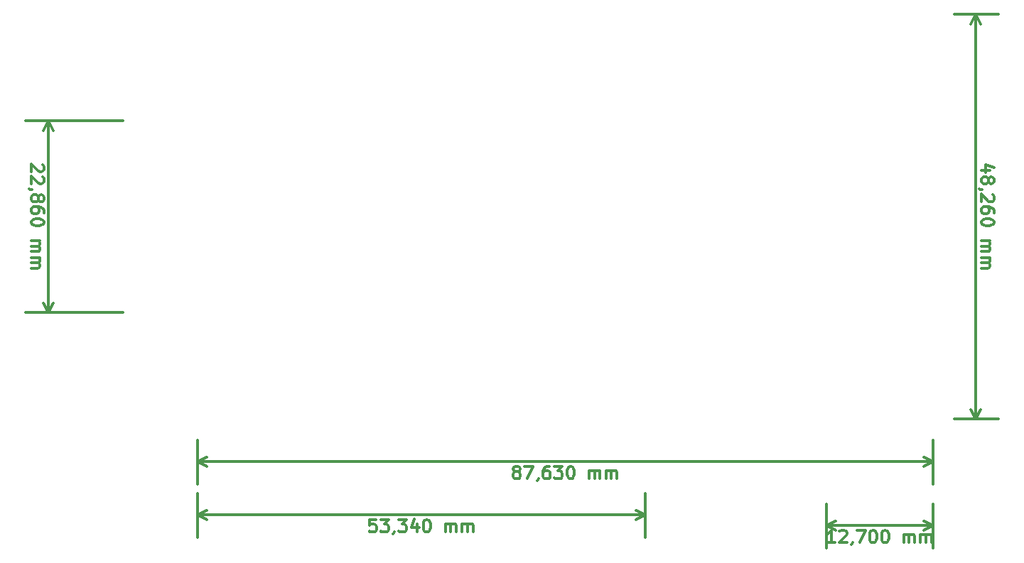
<source format=gbr>
G04 #@! TF.FileFunction,Drawing*
%FSLAX46Y46*%
G04 Gerber Fmt 4.6, Leading zero omitted, Abs format (unit mm)*
G04 Created by KiCad (PCBNEW 4.0.6) date Thursday, 29 June 2017 'AMt' 11:53:14*
%MOMM*%
%LPD*%
G01*
G04 APERTURE LIST*
%ADD10C,0.100000*%
%ADD11C,0.300000*%
G04 APERTURE END LIST*
D10*
D11*
X121571430Y-95778571D02*
X120857144Y-95778571D01*
X120785715Y-96492857D01*
X120857144Y-96421429D01*
X121000001Y-96350000D01*
X121357144Y-96350000D01*
X121500001Y-96421429D01*
X121571430Y-96492857D01*
X121642858Y-96635714D01*
X121642858Y-96992857D01*
X121571430Y-97135714D01*
X121500001Y-97207143D01*
X121357144Y-97278571D01*
X121000001Y-97278571D01*
X120857144Y-97207143D01*
X120785715Y-97135714D01*
X122142858Y-95778571D02*
X123071429Y-95778571D01*
X122571429Y-96350000D01*
X122785715Y-96350000D01*
X122928572Y-96421429D01*
X123000001Y-96492857D01*
X123071429Y-96635714D01*
X123071429Y-96992857D01*
X123000001Y-97135714D01*
X122928572Y-97207143D01*
X122785715Y-97278571D01*
X122357143Y-97278571D01*
X122214286Y-97207143D01*
X122142858Y-97135714D01*
X123785714Y-97207143D02*
X123785714Y-97278571D01*
X123714286Y-97421429D01*
X123642857Y-97492857D01*
X124285715Y-95778571D02*
X125214286Y-95778571D01*
X124714286Y-96350000D01*
X124928572Y-96350000D01*
X125071429Y-96421429D01*
X125142858Y-96492857D01*
X125214286Y-96635714D01*
X125214286Y-96992857D01*
X125142858Y-97135714D01*
X125071429Y-97207143D01*
X124928572Y-97278571D01*
X124500000Y-97278571D01*
X124357143Y-97207143D01*
X124285715Y-97135714D01*
X126500000Y-96278571D02*
X126500000Y-97278571D01*
X126142857Y-95707143D02*
X125785714Y-96778571D01*
X126714286Y-96778571D01*
X127571428Y-95778571D02*
X127714285Y-95778571D01*
X127857142Y-95850000D01*
X127928571Y-95921429D01*
X128000000Y-96064286D01*
X128071428Y-96350000D01*
X128071428Y-96707143D01*
X128000000Y-96992857D01*
X127928571Y-97135714D01*
X127857142Y-97207143D01*
X127714285Y-97278571D01*
X127571428Y-97278571D01*
X127428571Y-97207143D01*
X127357142Y-97135714D01*
X127285714Y-96992857D01*
X127214285Y-96707143D01*
X127214285Y-96350000D01*
X127285714Y-96064286D01*
X127357142Y-95921429D01*
X127428571Y-95850000D01*
X127571428Y-95778571D01*
X129857142Y-97278571D02*
X129857142Y-96278571D01*
X129857142Y-96421429D02*
X129928570Y-96350000D01*
X130071428Y-96278571D01*
X130285713Y-96278571D01*
X130428570Y-96350000D01*
X130499999Y-96492857D01*
X130499999Y-97278571D01*
X130499999Y-96492857D02*
X130571428Y-96350000D01*
X130714285Y-96278571D01*
X130928570Y-96278571D01*
X131071428Y-96350000D01*
X131142856Y-96492857D01*
X131142856Y-97278571D01*
X131857142Y-97278571D02*
X131857142Y-96278571D01*
X131857142Y-96421429D02*
X131928570Y-96350000D01*
X132071428Y-96278571D01*
X132285713Y-96278571D01*
X132428570Y-96350000D01*
X132499999Y-96492857D01*
X132499999Y-97278571D01*
X132499999Y-96492857D02*
X132571428Y-96350000D01*
X132714285Y-96278571D01*
X132928570Y-96278571D01*
X133071428Y-96350000D01*
X133142856Y-96492857D01*
X133142856Y-97278571D01*
X100330000Y-95250000D02*
X153670000Y-95250000D01*
X100330000Y-92710000D02*
X100330000Y-97950000D01*
X153670000Y-92710000D02*
X153670000Y-97950000D01*
X153670000Y-95250000D02*
X152543496Y-95836421D01*
X153670000Y-95250000D02*
X152543496Y-94663579D01*
X100330000Y-95250000D02*
X101456504Y-95836421D01*
X100330000Y-95250000D02*
X101456504Y-94663579D01*
X81878571Y-53475715D02*
X81950000Y-53547144D01*
X82021429Y-53690001D01*
X82021429Y-54047144D01*
X81950000Y-54190001D01*
X81878571Y-54261430D01*
X81735714Y-54332858D01*
X81592857Y-54332858D01*
X81378571Y-54261430D01*
X80521429Y-53404287D01*
X80521429Y-54332858D01*
X81878571Y-54904286D02*
X81950000Y-54975715D01*
X82021429Y-55118572D01*
X82021429Y-55475715D01*
X81950000Y-55618572D01*
X81878571Y-55690001D01*
X81735714Y-55761429D01*
X81592857Y-55761429D01*
X81378571Y-55690001D01*
X80521429Y-54832858D01*
X80521429Y-55761429D01*
X80592857Y-56475714D02*
X80521429Y-56475714D01*
X80378571Y-56404286D01*
X80307143Y-56332857D01*
X81378571Y-57332858D02*
X81450000Y-57190000D01*
X81521429Y-57118572D01*
X81664286Y-57047143D01*
X81735714Y-57047143D01*
X81878571Y-57118572D01*
X81950000Y-57190000D01*
X82021429Y-57332858D01*
X82021429Y-57618572D01*
X81950000Y-57761429D01*
X81878571Y-57832858D01*
X81735714Y-57904286D01*
X81664286Y-57904286D01*
X81521429Y-57832858D01*
X81450000Y-57761429D01*
X81378571Y-57618572D01*
X81378571Y-57332858D01*
X81307143Y-57190000D01*
X81235714Y-57118572D01*
X81092857Y-57047143D01*
X80807143Y-57047143D01*
X80664286Y-57118572D01*
X80592857Y-57190000D01*
X80521429Y-57332858D01*
X80521429Y-57618572D01*
X80592857Y-57761429D01*
X80664286Y-57832858D01*
X80807143Y-57904286D01*
X81092857Y-57904286D01*
X81235714Y-57832858D01*
X81307143Y-57761429D01*
X81378571Y-57618572D01*
X82021429Y-59190000D02*
X82021429Y-58904286D01*
X81950000Y-58761429D01*
X81878571Y-58690000D01*
X81664286Y-58547143D01*
X81378571Y-58475714D01*
X80807143Y-58475714D01*
X80664286Y-58547143D01*
X80592857Y-58618571D01*
X80521429Y-58761429D01*
X80521429Y-59047143D01*
X80592857Y-59190000D01*
X80664286Y-59261429D01*
X80807143Y-59332857D01*
X81164286Y-59332857D01*
X81307143Y-59261429D01*
X81378571Y-59190000D01*
X81450000Y-59047143D01*
X81450000Y-58761429D01*
X81378571Y-58618571D01*
X81307143Y-58547143D01*
X81164286Y-58475714D01*
X82021429Y-60261428D02*
X82021429Y-60404285D01*
X81950000Y-60547142D01*
X81878571Y-60618571D01*
X81735714Y-60690000D01*
X81450000Y-60761428D01*
X81092857Y-60761428D01*
X80807143Y-60690000D01*
X80664286Y-60618571D01*
X80592857Y-60547142D01*
X80521429Y-60404285D01*
X80521429Y-60261428D01*
X80592857Y-60118571D01*
X80664286Y-60047142D01*
X80807143Y-59975714D01*
X81092857Y-59904285D01*
X81450000Y-59904285D01*
X81735714Y-59975714D01*
X81878571Y-60047142D01*
X81950000Y-60118571D01*
X82021429Y-60261428D01*
X80521429Y-62547142D02*
X81521429Y-62547142D01*
X81378571Y-62547142D02*
X81450000Y-62618570D01*
X81521429Y-62761428D01*
X81521429Y-62975713D01*
X81450000Y-63118570D01*
X81307143Y-63189999D01*
X80521429Y-63189999D01*
X81307143Y-63189999D02*
X81450000Y-63261428D01*
X81521429Y-63404285D01*
X81521429Y-63618570D01*
X81450000Y-63761428D01*
X81307143Y-63832856D01*
X80521429Y-63832856D01*
X80521429Y-64547142D02*
X81521429Y-64547142D01*
X81378571Y-64547142D02*
X81450000Y-64618570D01*
X81521429Y-64761428D01*
X81521429Y-64975713D01*
X81450000Y-65118570D01*
X81307143Y-65189999D01*
X80521429Y-65189999D01*
X81307143Y-65189999D02*
X81450000Y-65261428D01*
X81521429Y-65404285D01*
X81521429Y-65618570D01*
X81450000Y-65761428D01*
X81307143Y-65832856D01*
X80521429Y-65832856D01*
X82550000Y-48260000D02*
X82550000Y-71120000D01*
X91440000Y-48260000D02*
X79850000Y-48260000D01*
X91440000Y-71120000D02*
X79850000Y-71120000D01*
X82550000Y-71120000D02*
X81963579Y-69993496D01*
X82550000Y-71120000D02*
X83136421Y-69993496D01*
X82550000Y-48260000D02*
X81963579Y-49386504D01*
X82550000Y-48260000D02*
X83136421Y-49386504D01*
X176252858Y-98548571D02*
X175395715Y-98548571D01*
X175824287Y-98548571D02*
X175824287Y-97048571D01*
X175681430Y-97262857D01*
X175538572Y-97405714D01*
X175395715Y-97477143D01*
X176824286Y-97191429D02*
X176895715Y-97120000D01*
X177038572Y-97048571D01*
X177395715Y-97048571D01*
X177538572Y-97120000D01*
X177610001Y-97191429D01*
X177681429Y-97334286D01*
X177681429Y-97477143D01*
X177610001Y-97691429D01*
X176752858Y-98548571D01*
X177681429Y-98548571D01*
X178395714Y-98477143D02*
X178395714Y-98548571D01*
X178324286Y-98691429D01*
X178252857Y-98762857D01*
X178895715Y-97048571D02*
X179895715Y-97048571D01*
X179252858Y-98548571D01*
X180752857Y-97048571D02*
X180895714Y-97048571D01*
X181038571Y-97120000D01*
X181110000Y-97191429D01*
X181181429Y-97334286D01*
X181252857Y-97620000D01*
X181252857Y-97977143D01*
X181181429Y-98262857D01*
X181110000Y-98405714D01*
X181038571Y-98477143D01*
X180895714Y-98548571D01*
X180752857Y-98548571D01*
X180610000Y-98477143D01*
X180538571Y-98405714D01*
X180467143Y-98262857D01*
X180395714Y-97977143D01*
X180395714Y-97620000D01*
X180467143Y-97334286D01*
X180538571Y-97191429D01*
X180610000Y-97120000D01*
X180752857Y-97048571D01*
X182181428Y-97048571D02*
X182324285Y-97048571D01*
X182467142Y-97120000D01*
X182538571Y-97191429D01*
X182610000Y-97334286D01*
X182681428Y-97620000D01*
X182681428Y-97977143D01*
X182610000Y-98262857D01*
X182538571Y-98405714D01*
X182467142Y-98477143D01*
X182324285Y-98548571D01*
X182181428Y-98548571D01*
X182038571Y-98477143D01*
X181967142Y-98405714D01*
X181895714Y-98262857D01*
X181824285Y-97977143D01*
X181824285Y-97620000D01*
X181895714Y-97334286D01*
X181967142Y-97191429D01*
X182038571Y-97120000D01*
X182181428Y-97048571D01*
X184467142Y-98548571D02*
X184467142Y-97548571D01*
X184467142Y-97691429D02*
X184538570Y-97620000D01*
X184681428Y-97548571D01*
X184895713Y-97548571D01*
X185038570Y-97620000D01*
X185109999Y-97762857D01*
X185109999Y-98548571D01*
X185109999Y-97762857D02*
X185181428Y-97620000D01*
X185324285Y-97548571D01*
X185538570Y-97548571D01*
X185681428Y-97620000D01*
X185752856Y-97762857D01*
X185752856Y-98548571D01*
X186467142Y-98548571D02*
X186467142Y-97548571D01*
X186467142Y-97691429D02*
X186538570Y-97620000D01*
X186681428Y-97548571D01*
X186895713Y-97548571D01*
X187038570Y-97620000D01*
X187109999Y-97762857D01*
X187109999Y-98548571D01*
X187109999Y-97762857D02*
X187181428Y-97620000D01*
X187324285Y-97548571D01*
X187538570Y-97548571D01*
X187681428Y-97620000D01*
X187752856Y-97762857D01*
X187752856Y-98548571D01*
X187960000Y-96520000D02*
X175260000Y-96520000D01*
X187960000Y-93980000D02*
X187960000Y-99220000D01*
X175260000Y-93980000D02*
X175260000Y-99220000D01*
X175260000Y-96520000D02*
X176386504Y-95933579D01*
X175260000Y-96520000D02*
X176386504Y-97106421D01*
X187960000Y-96520000D02*
X186833496Y-95933579D01*
X187960000Y-96520000D02*
X186833496Y-97106421D01*
X138216430Y-90071429D02*
X138073572Y-90000000D01*
X138002144Y-89928571D01*
X137930715Y-89785714D01*
X137930715Y-89714286D01*
X138002144Y-89571429D01*
X138073572Y-89500000D01*
X138216430Y-89428571D01*
X138502144Y-89428571D01*
X138645001Y-89500000D01*
X138716430Y-89571429D01*
X138787858Y-89714286D01*
X138787858Y-89785714D01*
X138716430Y-89928571D01*
X138645001Y-90000000D01*
X138502144Y-90071429D01*
X138216430Y-90071429D01*
X138073572Y-90142857D01*
X138002144Y-90214286D01*
X137930715Y-90357143D01*
X137930715Y-90642857D01*
X138002144Y-90785714D01*
X138073572Y-90857143D01*
X138216430Y-90928571D01*
X138502144Y-90928571D01*
X138645001Y-90857143D01*
X138716430Y-90785714D01*
X138787858Y-90642857D01*
X138787858Y-90357143D01*
X138716430Y-90214286D01*
X138645001Y-90142857D01*
X138502144Y-90071429D01*
X139287858Y-89428571D02*
X140287858Y-89428571D01*
X139645001Y-90928571D01*
X140930714Y-90857143D02*
X140930714Y-90928571D01*
X140859286Y-91071429D01*
X140787857Y-91142857D01*
X142216429Y-89428571D02*
X141930715Y-89428571D01*
X141787858Y-89500000D01*
X141716429Y-89571429D01*
X141573572Y-89785714D01*
X141502143Y-90071429D01*
X141502143Y-90642857D01*
X141573572Y-90785714D01*
X141645000Y-90857143D01*
X141787858Y-90928571D01*
X142073572Y-90928571D01*
X142216429Y-90857143D01*
X142287858Y-90785714D01*
X142359286Y-90642857D01*
X142359286Y-90285714D01*
X142287858Y-90142857D01*
X142216429Y-90071429D01*
X142073572Y-90000000D01*
X141787858Y-90000000D01*
X141645000Y-90071429D01*
X141573572Y-90142857D01*
X141502143Y-90285714D01*
X142859286Y-89428571D02*
X143787857Y-89428571D01*
X143287857Y-90000000D01*
X143502143Y-90000000D01*
X143645000Y-90071429D01*
X143716429Y-90142857D01*
X143787857Y-90285714D01*
X143787857Y-90642857D01*
X143716429Y-90785714D01*
X143645000Y-90857143D01*
X143502143Y-90928571D01*
X143073571Y-90928571D01*
X142930714Y-90857143D01*
X142859286Y-90785714D01*
X144716428Y-89428571D02*
X144859285Y-89428571D01*
X145002142Y-89500000D01*
X145073571Y-89571429D01*
X145145000Y-89714286D01*
X145216428Y-90000000D01*
X145216428Y-90357143D01*
X145145000Y-90642857D01*
X145073571Y-90785714D01*
X145002142Y-90857143D01*
X144859285Y-90928571D01*
X144716428Y-90928571D01*
X144573571Y-90857143D01*
X144502142Y-90785714D01*
X144430714Y-90642857D01*
X144359285Y-90357143D01*
X144359285Y-90000000D01*
X144430714Y-89714286D01*
X144502142Y-89571429D01*
X144573571Y-89500000D01*
X144716428Y-89428571D01*
X147002142Y-90928571D02*
X147002142Y-89928571D01*
X147002142Y-90071429D02*
X147073570Y-90000000D01*
X147216428Y-89928571D01*
X147430713Y-89928571D01*
X147573570Y-90000000D01*
X147644999Y-90142857D01*
X147644999Y-90928571D01*
X147644999Y-90142857D02*
X147716428Y-90000000D01*
X147859285Y-89928571D01*
X148073570Y-89928571D01*
X148216428Y-90000000D01*
X148287856Y-90142857D01*
X148287856Y-90928571D01*
X149002142Y-90928571D02*
X149002142Y-89928571D01*
X149002142Y-90071429D02*
X149073570Y-90000000D01*
X149216428Y-89928571D01*
X149430713Y-89928571D01*
X149573570Y-90000000D01*
X149644999Y-90142857D01*
X149644999Y-90928571D01*
X149644999Y-90142857D02*
X149716428Y-90000000D01*
X149859285Y-89928571D01*
X150073570Y-89928571D01*
X150216428Y-90000000D01*
X150287856Y-90142857D01*
X150287856Y-90928571D01*
X187960000Y-88900000D02*
X100330000Y-88900000D01*
X187960000Y-86360000D02*
X187960000Y-91600000D01*
X100330000Y-86360000D02*
X100330000Y-91600000D01*
X100330000Y-88900000D02*
X101456504Y-88313579D01*
X100330000Y-88900000D02*
X101456504Y-89486421D01*
X187960000Y-88900000D02*
X186833496Y-88313579D01*
X187960000Y-88900000D02*
X186833496Y-89486421D01*
X194711429Y-54190001D02*
X193711429Y-54190001D01*
X195282857Y-53832858D02*
X194211429Y-53475715D01*
X194211429Y-54404287D01*
X194568571Y-55190001D02*
X194640000Y-55047143D01*
X194711429Y-54975715D01*
X194854286Y-54904286D01*
X194925714Y-54904286D01*
X195068571Y-54975715D01*
X195140000Y-55047143D01*
X195211429Y-55190001D01*
X195211429Y-55475715D01*
X195140000Y-55618572D01*
X195068571Y-55690001D01*
X194925714Y-55761429D01*
X194854286Y-55761429D01*
X194711429Y-55690001D01*
X194640000Y-55618572D01*
X194568571Y-55475715D01*
X194568571Y-55190001D01*
X194497143Y-55047143D01*
X194425714Y-54975715D01*
X194282857Y-54904286D01*
X193997143Y-54904286D01*
X193854286Y-54975715D01*
X193782857Y-55047143D01*
X193711429Y-55190001D01*
X193711429Y-55475715D01*
X193782857Y-55618572D01*
X193854286Y-55690001D01*
X193997143Y-55761429D01*
X194282857Y-55761429D01*
X194425714Y-55690001D01*
X194497143Y-55618572D01*
X194568571Y-55475715D01*
X193782857Y-56475714D02*
X193711429Y-56475714D01*
X193568571Y-56404286D01*
X193497143Y-56332857D01*
X195068571Y-57047143D02*
X195140000Y-57118572D01*
X195211429Y-57261429D01*
X195211429Y-57618572D01*
X195140000Y-57761429D01*
X195068571Y-57832858D01*
X194925714Y-57904286D01*
X194782857Y-57904286D01*
X194568571Y-57832858D01*
X193711429Y-56975715D01*
X193711429Y-57904286D01*
X195211429Y-59190000D02*
X195211429Y-58904286D01*
X195140000Y-58761429D01*
X195068571Y-58690000D01*
X194854286Y-58547143D01*
X194568571Y-58475714D01*
X193997143Y-58475714D01*
X193854286Y-58547143D01*
X193782857Y-58618571D01*
X193711429Y-58761429D01*
X193711429Y-59047143D01*
X193782857Y-59190000D01*
X193854286Y-59261429D01*
X193997143Y-59332857D01*
X194354286Y-59332857D01*
X194497143Y-59261429D01*
X194568571Y-59190000D01*
X194640000Y-59047143D01*
X194640000Y-58761429D01*
X194568571Y-58618571D01*
X194497143Y-58547143D01*
X194354286Y-58475714D01*
X195211429Y-60261428D02*
X195211429Y-60404285D01*
X195140000Y-60547142D01*
X195068571Y-60618571D01*
X194925714Y-60690000D01*
X194640000Y-60761428D01*
X194282857Y-60761428D01*
X193997143Y-60690000D01*
X193854286Y-60618571D01*
X193782857Y-60547142D01*
X193711429Y-60404285D01*
X193711429Y-60261428D01*
X193782857Y-60118571D01*
X193854286Y-60047142D01*
X193997143Y-59975714D01*
X194282857Y-59904285D01*
X194640000Y-59904285D01*
X194925714Y-59975714D01*
X195068571Y-60047142D01*
X195140000Y-60118571D01*
X195211429Y-60261428D01*
X193711429Y-62547142D02*
X194711429Y-62547142D01*
X194568571Y-62547142D02*
X194640000Y-62618570D01*
X194711429Y-62761428D01*
X194711429Y-62975713D01*
X194640000Y-63118570D01*
X194497143Y-63189999D01*
X193711429Y-63189999D01*
X194497143Y-63189999D02*
X194640000Y-63261428D01*
X194711429Y-63404285D01*
X194711429Y-63618570D01*
X194640000Y-63761428D01*
X194497143Y-63832856D01*
X193711429Y-63832856D01*
X193711429Y-64547142D02*
X194711429Y-64547142D01*
X194568571Y-64547142D02*
X194640000Y-64618570D01*
X194711429Y-64761428D01*
X194711429Y-64975713D01*
X194640000Y-65118570D01*
X194497143Y-65189999D01*
X193711429Y-65189999D01*
X194497143Y-65189999D02*
X194640000Y-65261428D01*
X194711429Y-65404285D01*
X194711429Y-65618570D01*
X194640000Y-65761428D01*
X194497143Y-65832856D01*
X193711429Y-65832856D01*
X193040000Y-35560000D02*
X193040000Y-83820000D01*
X190500000Y-35560000D02*
X195740000Y-35560000D01*
X190500000Y-83820000D02*
X195740000Y-83820000D01*
X193040000Y-83820000D02*
X192453579Y-82693496D01*
X193040000Y-83820000D02*
X193626421Y-82693496D01*
X193040000Y-35560000D02*
X192453579Y-36686504D01*
X193040000Y-35560000D02*
X193626421Y-36686504D01*
M02*

</source>
